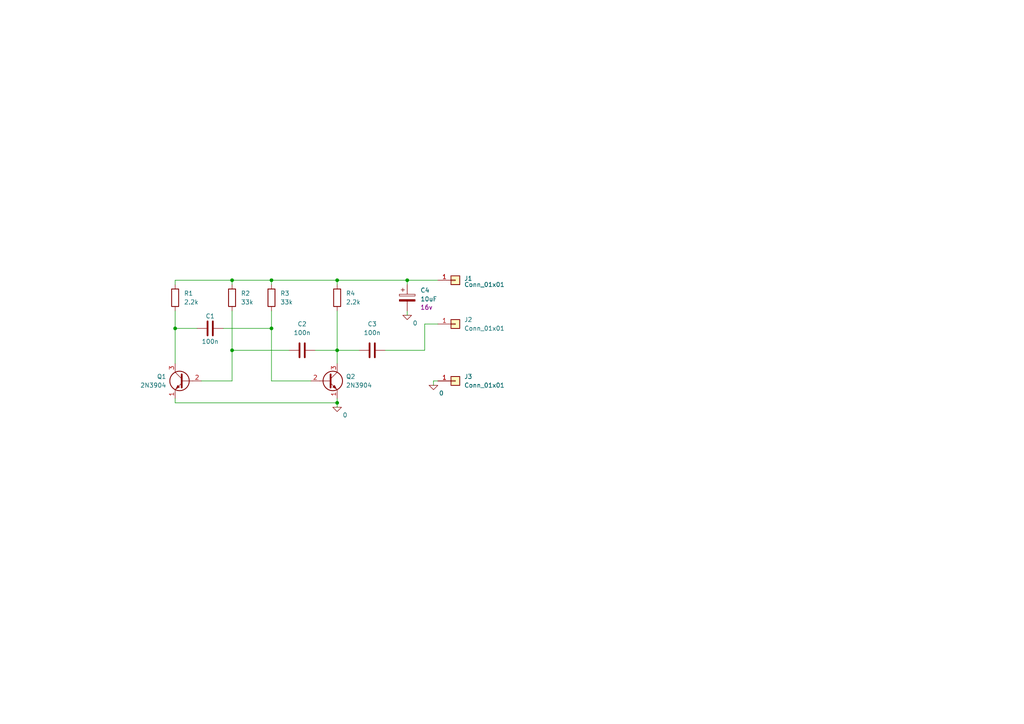
<source format=kicad_sch>
(kicad_sch (version 20250114) (generator "eeschema") (generator_version "9.0")
  (paper "A4")
  (lib_symbols
    (symbol "Connector_Generic:Conn_01x01" (pin_names (offset 1.016) (hide yes))
      (property "Reference" "J" (at 0 2.54 0))
      (property "Value" "Conn_01x01" (at 0 -2.54 0))
      (symbol "Conn_01x01_1_1"
        (rectangle (start -1.27 1.27) (end 1.27 -1.27) (stroke (width 0.254)) (fill (type background)))
        (rectangle (start -1.27 0.127) (end 0 -0.127) (stroke (width 0.1524)))
        (pin passive line (at -5.08 0 0) (length 3.81) (name "Pin_1") (number "1"))
      )
    )
    (symbol "Device:C" (pin_numbers (hide yes)) (pin_names (offset 0.254))
      (property "Reference" "C" (at 0.635 2.54 0))
      (property "Value" "C" (at 0.635 -2.54 0))
      (symbol "C_0_1"
        (polyline (pts (xy -2.032 0.762) (xy 2.032 0.762)) (stroke (width 0.508)))
        (polyline (pts (xy -2.032 -0.762) (xy 2.032 -0.762)) (stroke (width 0.508)))
      )
      (symbol "C_1_1"
        (pin passive line (at 0 3.81 270) (length 2.794) (name "~") (number "1"))
        (pin passive line (at 0 -3.81 90) (length 2.794) (name "~") (number "2"))
      )
    )
    (symbol "Device:C_Polarized" (pin_numbers (hide yes)) (pin_names (offset 0.254))
      (property "Reference" "C" (at 0.635 2.54 0))
      (property "Value" "C_Polarized" (at 0.635 -2.54 0))
      (symbol "C_Polarized_0_1"
        (rectangle (start -2.286 0.508) (end 2.286 1.016))
        (polyline (pts (xy -1.778 2.286) (xy -0.762 2.286)))
        (polyline (pts (xy -1.27 2.794) (xy -1.27 1.778)))
        (rectangle (start 2.286 -0.508) (end -2.286 -1.016) (fill (type outline)))
      )
      (symbol "C_Polarized_1_1"
        (pin passive line (at 0 3.81 270) (length 2.794) (name "~") (number "1"))
        (pin passive line (at 0 -3.81 90) (length 2.794) (name "~") (number "2"))
      )
    )
    (symbol "Device:R" (pin_numbers (hide yes)) (pin_names (offset 0))
      (property "Reference" "R" (at 2.032 0 90))
      (property "Value" "R" (at 0 0 90))
      (symbol "R_0_1"
        (rectangle (start -1.016 -2.54) (end 1.016 2.54) (stroke (width 0.254)))
      )
      (symbol "R_1_1"
        (pin passive line (at 0 3.81 270) (length 1.27) (name "~") (number "1"))
        (pin passive line (at 0 -3.81 90) (length 1.27) (name "~") (number "2"))
      )
    )
    (symbol "Simulation_SPICE:0" (power) (pin_numbers (hide yes)) (pin_names (offset 0) (hide yes))
      (property "Value" "0" (at 0 -2.54 0))
      (symbol "0_0_1"
        (polyline (pts (xy -1.27 0) (xy 0 -1.27) (xy 1.27 0) (xy -1.27 0)))
      )
      (symbol "0_1_1"
        (pin power_in line (at 0 0 0) (length 0) (name "~") (number "1"))
      )
    )
    (symbol "Transistor_BJT:2N3904" (pin_names (offset 0) (hide yes))
      (property "Reference" "Q" (at 5.08 1.905 0))
      (property "Value" "2N3904" (at 5.08 0 0))
      (symbol "2N3904_0_1"
        (polyline (pts (xy -2.54 0) (xy 0.635 0)))
        (polyline (pts (xy 0.635 1.905) (xy 0.635 -1.905)) (stroke (width 0.508)))
        (circle (center 1.27 0) (radius 2.8194) (stroke (width 0.254)))
      )
      (symbol "2N3904_1_1"
        (polyline (pts (xy 0.635 0.635) (xy 2.54 2.54)))
        (polyline (pts (xy 0.635 -0.635) (xy 2.54 -2.54)))
        (polyline (pts (xy 1.27 -1.778) (xy 1.778 -1.27) (xy 2.286 -2.286) (xy 1.27 -1.778)) (fill (type outline)))
        (pin input line (at -5.08 0 0) (length 2.54) (name "B") (number "2"))
        (pin passive line (at 2.54 5.08 270) (length 2.54) (name "C") (number "3"))
        (pin passive line (at 2.54 -5.08 90) (length 2.54) (name "E") (number "1"))
      )
    )
  )
  (junction (at 78.74 95.25))
  (junction (at 67.31 101.6))
  (junction (at 50.8 95.25))
  (junction (at 118.11 81.28))
  (junction (at 78.74 81.28))
  (junction (at 67.31 81.28))
  (junction (at 97.79 81.28))
  (junction (at 97.79 101.6))
  (junction (at 97.79 116.84))
  (wire (pts (xy 67.31 110.49) (xy 67.31 101.6)))
  (wire (pts (xy 67.31 81.28) (xy 78.74 81.28)))
  (wire (pts (xy 50.8 116.84) (xy 97.79 116.84)))
  (wire (pts (xy 97.79 101.6) (xy 104.14 101.6)))
  (wire (pts (xy 118.11 81.28) (xy 97.79 81.28)))
  (wire (pts (xy 118.11 81.28) (xy 127 81.28)))
  (wire (pts (xy 125.73 110.49) (xy 125.73 111.76)))
  (wire (pts (xy 50.8 95.25) (xy 50.8 105.41)))
  (wire (pts (xy 78.74 81.28) (xy 97.79 81.28)))
  (wire (pts (xy 91.44 101.6) (xy 97.79 101.6)))
  (wire (pts (xy 78.74 95.25) (xy 78.74 90.17)))
  (wire (pts (xy 127 93.98) (xy 123.19 93.98)))
  (wire (pts (xy 50.8 90.17) (xy 50.8 95.25)))
  (wire (pts (xy 67.31 101.6) (xy 67.31 90.17)))
  (wire (pts (xy 118.11 90.17) (xy 118.11 91.44)))
  (wire (pts (xy 50.8 95.25) (xy 57.15 95.25)))
  (wire (pts (xy 127 110.49) (xy 125.73 110.49)))
  (wire (pts (xy 97.79 81.28) (xy 97.79 82.55)))
  (wire (pts (xy 118.11 82.55) (xy 118.11 81.28)))
  (wire (pts (xy 90.17 110.49) (xy 78.74 110.49)))
  (wire (pts (xy 50.8 81.28) (xy 67.31 81.28)))
  (wire (pts (xy 123.19 93.98) (xy 123.19 101.6)))
  (wire (pts (xy 50.8 82.55) (xy 50.8 81.28)))
  (wire (pts (xy 111.76 101.6) (xy 123.19 101.6)))
  (wire (pts (xy 78.74 95.25) (xy 78.74 110.49)))
  (wire (pts (xy 97.79 90.17) (xy 97.79 101.6)))
  (wire (pts (xy 78.74 81.28) (xy 78.74 82.55)))
  (wire (pts (xy 67.31 101.6) (xy 83.82 101.6)))
  (wire (pts (xy 97.79 116.84) (xy 97.79 118.11)))
  (wire (pts (xy 58.42 110.49) (xy 67.31 110.49)))
  (wire (pts (xy 97.79 101.6) (xy 97.79 105.41)))
  (wire (pts (xy 50.8 115.57) (xy 50.8 116.84)))
  (wire (pts (xy 67.31 81.28) (xy 67.31 82.55)))
  (wire (pts (xy 64.77 95.25) (xy 78.74 95.25)))
  (wire (pts (xy 97.79 116.84) (xy 97.79 115.57)))
  (symbol (lib_id "Device:R") (at 50.8 86.36 0) (unit 1)
    (property "Reference" "R1" (at 53.34 85.0899 0) (effects (justify left)))
    (property "Value" "2.2k" (at 53.34 87.6299 0) (effects (justify left)))
    (property "Footprint" "Resistor_THT:R_Axial_DIN0207_L6.3mm_D2.5mm_P7.62mm_Horizontal" (effects (hide yes)))
    (property "Description" "Resistor" (effects (hide yes)))
  )
  (symbol (lib_id "Device:C") (at 87.63 101.6 90) (unit 1)
    (property "Reference" "C2" (at 87.63 93.98 90))
    (property "Value" "100n" (at 87.63 96.52 90))
    (property "Footprint" "Capacitor_THT:C_Disc_D3.4mm_W2.1mm_P2.50mm" (effects (hide yes)))
    (property "Description" "Unpolarized capacitor" (effects (hide yes)))
  )
  (symbol (lib_id "Device:R") (at 97.79 86.36 0) (unit 1)
    (property "Reference" "R4" (at 100.33 85.0899 0) (effects (justify left)))
    (property "Value" "2.2k" (at 100.33 87.6299 0) (effects (justify left)))
    (property "Footprint" "Resistor_THT:R_Axial_DIN0207_L6.3mm_D2.5mm_P7.62mm_Horizontal" (effects (hide yes)))
    (property "Description" "Resistor" (effects (hide yes)))
  )
  (symbol (lib_id "Device:C") (at 60.96 95.25 90) (unit 1)
    (property "Reference" "C1" (at 60.96 91.694 90))
    (property "Value" "100n" (at 60.96 99.06 90))
    (property "Footprint" "Capacitor_THT:C_Disc_D3.4mm_W2.1mm_P2.50mm" (effects (hide yes)))
    (property "Description" "Unpolarized capacitor" (effects (hide yes)))
  )
  (symbol (lib_id "Simulation_SPICE:0") (at 125.73 111.76 0) (unit 1)
    (property "Reference" "#GND03" (effects (hide yes)))
    (property "Value" "0" (at 128.016 114.046 0))
    (property "Datasheet" "https://ngspice.sourceforge.io/docs/ngspice-html-manual/manual.xhtml#subsec_Circuit_elements__device" (effects (hide yes)))
    (property "Description" "0V reference potential for simulation" (effects (hide yes)))
  )
  (symbol (lib_id "Simulation_SPICE:0") (at 118.11 91.44 0) (unit 1)
    (property "Reference" "#GND02" (effects (hide yes)))
    (property "Value" "0" (at 120.396 93.726 0))
    (property "Datasheet" "https://ngspice.sourceforge.io/docs/ngspice-html-manual/manual.xhtml#subsec_Circuit_elements__device" (effects (hide yes)))
    (property "Description" "0V reference potential for simulation" (effects (hide yes)))
  )
  (symbol (lib_id "Device:C_Polarized") (at 118.11 86.36 0) (unit 1)
    (property "Reference" "C4" (at 121.92 84.2009 0) (effects (justify left)))
    (property "Value" "10uF" (at 121.92 86.7409 0) (effects (justify left)))
    (property "Footprint" "Capacitor_THT:CP_Radial_D5.0mm_P2.50mm" (effects (hide yes)))
    (property "Description" "Polarized capacitor" (effects (hide yes)))
    (property "Voltage" "16v" (at 123.698 89.154 0))
  )
  (symbol (lib_id "Transistor_BJT:2N3904") (at 53.34 110.49 0) (mirror y) (unit 1)
    (property "Reference" "Q1" (at 48.26 109.2199 0) (effects (justify left)))
    (property "Value" "2N3904" (at 48.26 111.7599 0) (effects (justify left)))
    (property "Footprint" "Package_TO_SOT_THT:TO-92_Inline" (effects (hide yes)))
    (property "Datasheet" "https://www.onsemi.com/pub/Collateral/2N3903-D.PDF" (effects (hide yes)))
    (property "Description" "0.2A Ic, 40V Vce, Small Signal NPN Transistor, TO-92" (effects (hide yes)))
    (property "Sim.Device" "NPN" (effects (hide yes)))
    (property "Sim.Pins" "1=E 2=B 3=C" (effects (hide yes)))
  )
  (symbol (lib_id "Transistor_BJT:2N3904") (at 95.25 110.49 0) (unit 1)
    (property "Reference" "Q2" (at 100.33 109.2199 0) (effects (justify left)))
    (property "Value" "2N3904" (at 100.33 111.7599 0) (effects (justify left)))
    (property "Footprint" "Package_TO_SOT_THT:TO-92_Inline" (effects (hide yes)))
    (property "Datasheet" "https://www.onsemi.com/pub/Collateral/2N3903-D.PDF" (effects (hide yes)))
    (property "Description" "0.2A Ic, 40V Vce, Small Signal NPN Transistor, TO-92" (effects (hide yes)))
    (property "Sim.Device" "NPN" (effects (hide yes)))
    (property "Sim.Pins" "1=E 2=B 3=C" (effects (hide yes)))
  )
  (symbol (lib_id "Simulation_SPICE:0") (at 97.79 118.11 0) (unit 1)
    (property "Reference" "#GND01" (effects (hide yes)))
    (property "Value" "0" (at 100.076 120.396 0))
    (property "Datasheet" "https://ngspice.sourceforge.io/docs/ngspice-html-manual/manual.xhtml#subsec_Circuit_elements__device" (effects (hide yes)))
    (property "Description" "0V reference potential for simulation" (effects (hide yes)))
  )
  (symbol (lib_id "Device:R") (at 78.74 86.36 0) (unit 1)
    (property "Reference" "R3" (at 81.28 85.0899 0) (effects (justify left)))
    (property "Value" "33k" (at 81.28 87.6299 0) (effects (justify left)))
    (property "Footprint" "Resistor_THT:R_Axial_DIN0207_L6.3mm_D2.5mm_P7.62mm_Horizontal" (effects (hide yes)))
    (property "Description" "Resistor" (effects (hide yes)))
  )
  (symbol (lib_id "Connector_Generic:Conn_01x01") (at 132.08 110.49 0) (unit 1)
    (property "Reference" "J3" (at 134.62 109.2199 0) (effects (justify left)))
    (property "Value" "Conn_01x01" (at 134.62 111.7599 0) (effects (justify left)))
    (property "Footprint" "Connector_PinSocket_2.54mm:PinSocket_1x01_P2.54mm_Vertical" (effects (hide yes)))
    (property "Description" "Generic connector, single row, 01x01, script generated (kicad-library-utils/schlib/autogen/connector/)" (effects (hide yes)))
  )
  (symbol (lib_id "Connector_Generic:Conn_01x01") (at 132.08 93.98 0) (unit 1)
    (property "Reference" "J2" (at 134.62 92.7099 0) (effects (justify left)))
    (property "Value" "Conn_01x01" (at 134.62 95.2499 0) (effects (justify left)))
    (property "Footprint" "Connector_PinSocket_2.54mm:PinSocket_1x01_P2.54mm_Vertical" (effects (hide yes)))
    (property "Description" "Generic connector, single row, 01x01, script generated (kicad-library-utils/schlib/autogen/connector/)" (effects (hide yes)))
  )
  (symbol (lib_id "Device:R") (at 67.31 86.36 0) (unit 1)
    (property "Reference" "R2" (at 69.85 85.0899 0) (effects (justify left)))
    (property "Value" "33k" (at 69.85 87.6299 0) (effects (justify left)))
    (property "Footprint" "Resistor_THT:R_Axial_DIN0207_L6.3mm_D2.5mm_P7.62mm_Horizontal" (effects (hide yes)))
    (property "Description" "Resistor" (effects (hide yes)))
  )
  (symbol (lib_id "Connector_Generic:Conn_01x01") (at 132.08 81.28 0) (unit 1)
    (property "Reference" "J1" (at 134.62 80.772 0) (effects (justify left)))
    (property "Value" "Conn_01x01" (at 134.62 82.5499 0) (effects (justify left)))
    (property "Footprint" "Connector_PinSocket_2.54mm:PinSocket_1x01_P2.54mm_Vertical" (effects (hide yes)))
    (property "Description" "Generic connector, single row, 01x01, script generated (kicad-library-utils/schlib/autogen/connector/)" (effects (hide yes)))
  )
  (symbol (lib_id "Device:C") (at 107.95 101.6 90) (unit 1)
    (property "Reference" "C3" (at 107.95 93.98 90))
    (property "Value" "100n" (at 107.95 96.52 90))
    (property "Footprint" "Capacitor_THT:C_Disc_D3.4mm_W2.1mm_P2.50mm" (effects (hide yes)))
    (property "Description" "Unpolarized capacitor" (effects (hide yes)))
  )
)
</source>
